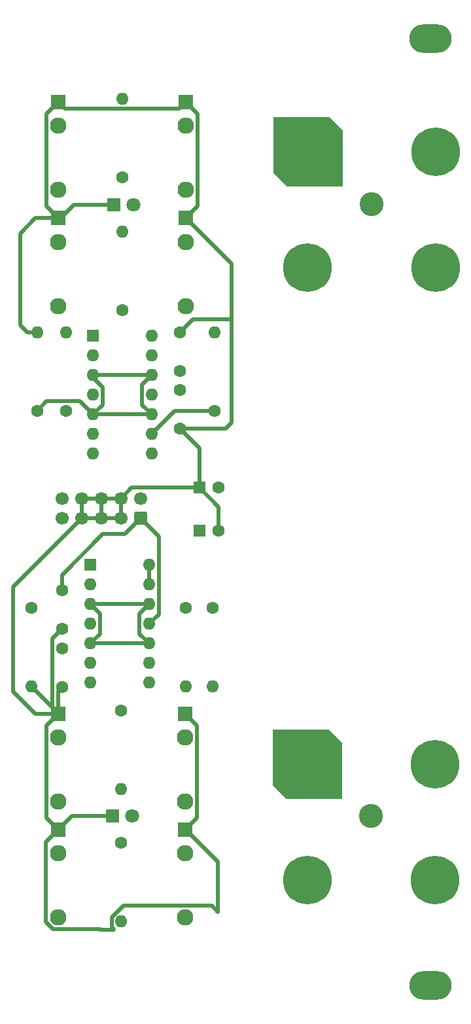
<source format=gbr>
%TF.GenerationSoftware,KiCad,Pcbnew,8.0.7*%
%TF.CreationDate,2025-01-06T00:46:59+00:00*%
%TF.ProjectId,multbuf,6d756c74-6275-4662-9e6b-696361645f70,rev?*%
%TF.SameCoordinates,Original*%
%TF.FileFunction,Copper,L2,Bot*%
%TF.FilePolarity,Positive*%
%FSLAX46Y46*%
G04 Gerber Fmt 4.6, Leading zero omitted, Abs format (unit mm)*
G04 Created by KiCad (PCBNEW 8.0.7) date 2025-01-06 00:46:59*
%MOMM*%
%LPD*%
G01*
G04 APERTURE LIST*
G04 Aperture macros list*
%AMRoundRect*
0 Rectangle with rounded corners*
0 $1 Rounding radius*
0 $2 $3 $4 $5 $6 $7 $8 $9 X,Y pos of 4 corners*
0 Add a 4 corners polygon primitive as box body*
4,1,4,$2,$3,$4,$5,$6,$7,$8,$9,$2,$3,0*
0 Add four circle primitives for the rounded corners*
1,1,$1+$1,$2,$3*
1,1,$1+$1,$4,$5*
1,1,$1+$1,$6,$7*
1,1,$1+$1,$8,$9*
0 Add four rect primitives between the rounded corners*
20,1,$1+$1,$2,$3,$4,$5,0*
20,1,$1+$1,$4,$5,$6,$7,0*
20,1,$1+$1,$6,$7,$8,$9,0*
20,1,$1+$1,$8,$9,$2,$3,0*%
%AMOutline5P*
0 Free polygon, 5 corners , with rotation*
0 The origin of the aperture is its center*
0 number of corners: always 5*
0 $1 to $10 corner X, Y*
0 $11 Rotation angle, in degrees counterclockwise*
0 create outline with 5 corners*
4,1,5,$1,$2,$3,$4,$5,$6,$7,$8,$9,$10,$1,$2,$11*%
%AMOutline6P*
0 Free polygon, 6 corners , with rotation*
0 The origin of the aperture is its center*
0 number of corners: always 6*
0 $1 to $12 corner X, Y*
0 $13 Rotation angle, in degrees counterclockwise*
0 create outline with 6 corners*
4,1,6,$1,$2,$3,$4,$5,$6,$7,$8,$9,$10,$11,$12,$1,$2,$13*%
%AMOutline7P*
0 Free polygon, 7 corners , with rotation*
0 The origin of the aperture is its center*
0 number of corners: always 7*
0 $1 to $14 corner X, Y*
0 $15 Rotation angle, in degrees counterclockwise*
0 create outline with 7 corners*
4,1,7,$1,$2,$3,$4,$5,$6,$7,$8,$9,$10,$11,$12,$13,$14,$1,$2,$15*%
%AMOutline8P*
0 Free polygon, 8 corners , with rotation*
0 The origin of the aperture is its center*
0 number of corners: always 8*
0 $1 to $16 corner X, Y*
0 $17 Rotation angle, in degrees counterclockwise*
0 create outline with 8 corners*
4,1,8,$1,$2,$3,$4,$5,$6,$7,$8,$9,$10,$11,$12,$13,$14,$15,$16,$1,$2,$17*%
G04 Aperture macros list end*
%TA.AperFunction,ComponentPad*%
%ADD10RoundRect,0.250000X0.600000X-0.600000X0.600000X0.600000X-0.600000X0.600000X-0.600000X-0.600000X0*%
%TD*%
%TA.AperFunction,ComponentPad*%
%ADD11C,1.700000*%
%TD*%
%TA.AperFunction,ComponentPad*%
%ADD12C,1.600000*%
%TD*%
%TA.AperFunction,ComponentPad*%
%ADD13O,1.600000X1.600000*%
%TD*%
%TA.AperFunction,ComponentPad*%
%ADD14R,1.600000X1.600000*%
%TD*%
%TA.AperFunction,ComponentPad*%
%ADD15R,1.930000X1.830000*%
%TD*%
%TA.AperFunction,ComponentPad*%
%ADD16C,2.130000*%
%TD*%
%TA.AperFunction,ComponentPad*%
%ADD17C,3.100000*%
%TD*%
%TA.AperFunction,ComponentPad*%
%ADD18Outline6P,-4.500000X4.500000X2.700000X4.500000X4.500000X2.700000X4.500000X-4.500000X-2.700000X-4.500000X-4.500000X-2.700000X0.000000*%
%TD*%
%TA.AperFunction,ComponentPad*%
%ADD19C,6.300000*%
%TD*%
%TA.AperFunction,ComponentPad*%
%ADD20R,1.800000X1.800000*%
%TD*%
%TA.AperFunction,ComponentPad*%
%ADD21C,1.800000*%
%TD*%
%TA.AperFunction,ComponentPad*%
%ADD22O,5.500000X3.700000*%
%TD*%
%TA.AperFunction,Conductor*%
%ADD23C,0.500000*%
%TD*%
G04 APERTURE END LIST*
D10*
%TO.P,J1,1,Pin_1*%
%TO.N,-12VA*%
X64880000Y-99952500D03*
D11*
%TO.P,J1,2,Pin_2*%
X64880000Y-97412500D03*
%TO.P,J1,3,Pin_3*%
%TO.N,GND*%
X62340000Y-99952500D03*
%TO.P,J1,4,Pin_4*%
X62340000Y-97412500D03*
%TO.P,J1,5,Pin_5*%
X59800000Y-99952500D03*
%TO.P,J1,6,Pin_6*%
X59800000Y-97412500D03*
%TO.P,J1,7,Pin_7*%
X57260000Y-99952500D03*
%TO.P,J1,8,Pin_8*%
X57260000Y-97412500D03*
%TO.P,J1,9,Pin_9*%
%TO.N,+12VA*%
X54720000Y-99952500D03*
%TO.P,J1,10,Pin_10*%
X54720000Y-97412500D03*
%TD*%
D12*
%TO.P,C5,1*%
%TO.N,+12VA*%
X54700000Y-116800000D03*
%TO.P,C5,2*%
%TO.N,GND*%
X54700000Y-121800000D03*
%TD*%
D13*
%TO.P,U1,14*%
%TO.N,Net-(U1D--)*%
X66320000Y-76375000D03*
%TO.P,U1,13,-*%
X66320000Y-78915000D03*
%TO.P,U1,12,+*%
%TO.N,Net-(U1A-+)*%
X66320000Y-81455000D03*
%TO.P,U1,11,V-*%
%TO.N,-12VA*%
X66320000Y-83995000D03*
%TO.P,U1,10,+*%
%TO.N,Net-(U1A-+)*%
X66320000Y-86535000D03*
%TO.P,U1,9,-*%
%TO.N,Net-(U1C--)*%
X66320000Y-89075000D03*
%TO.P,U1,8*%
X66320000Y-91615000D03*
%TO.P,U1,7*%
%TO.N,Net-(U1B--)*%
X58700000Y-91615000D03*
%TO.P,U1,6,-*%
X58700000Y-89075000D03*
%TO.P,U1,5,+*%
%TO.N,Net-(U1A-+)*%
X58700000Y-86535000D03*
%TO.P,U1,4,V+*%
%TO.N,+12VA*%
X58700000Y-83995000D03*
%TO.P,U1,3,+*%
%TO.N,Net-(U1A-+)*%
X58700000Y-81455000D03*
%TO.P,U1,2,-*%
%TO.N,Net-(U1A--)*%
X58700000Y-78915000D03*
D14*
%TO.P,U1,1*%
X58700000Y-76375000D03*
%TD*%
D15*
%TO.P,J6,S*%
%TO.N,GND*%
X54200000Y-125250000D03*
D16*
%TO.P,J6,T*%
%TO.N,Net-(U2A-+)*%
X54200000Y-136650000D03*
%TO.P,J6,TN*%
%TO.N,N/C*%
X54200000Y-128350000D03*
%TD*%
D17*
%TO.P,D1Hp,1,KA*%
%TO.N,GND*%
X94730000Y-138500000D03*
%TD*%
D12*
%TO.P,R6,1*%
%TO.N,Net-(U2A-+)*%
X50750000Y-111590000D03*
D13*
%TO.P,R6,2*%
%TO.N,GND*%
X50750000Y-121750000D03*
%TD*%
D15*
%TO.P,J9,S*%
%TO.N,GND*%
X70700000Y-140250000D03*
D16*
%TO.P,J9,T*%
%TO.N,Net-(J9-PadT)*%
X70700000Y-151650000D03*
%TO.P,J9,TN*%
%TO.N,N/C*%
X70700000Y-143350000D03*
%TD*%
D18*
%TO.P,JJ1,1*%
%TO.N,N/C*%
X86550000Y-52520000D03*
%TD*%
D19*
%TO.P,JJ2,1*%
%TO.N,N/C*%
X103050000Y-52520000D03*
%TD*%
%TO.P,JJ3,1*%
%TO.N,N/C*%
X86500000Y-146770000D03*
%TD*%
D15*
%TO.P,J7,S*%
%TO.N,GND*%
X70700000Y-125250000D03*
D16*
%TO.P,J7,T*%
%TO.N,Net-(J7-PadT)*%
X70700000Y-136650000D03*
%TO.P,J7,TN*%
%TO.N,N/C*%
X70700000Y-128350000D03*
%TD*%
D15*
%TO.P,J8,S*%
%TO.N,GND*%
X54200000Y-140250000D03*
D16*
%TO.P,J8,T*%
%TO.N,Net-(J8-PadT)*%
X54200000Y-151650000D03*
%TO.P,J8,TN*%
%TO.N,N/C*%
X54200000Y-143350000D03*
%TD*%
D18*
%TO.P,JJ1,1*%
%TO.N,N/C*%
X86500000Y-131770000D03*
%TD*%
D19*
%TO.P,JJ3,1*%
%TO.N,N/C*%
X86500000Y-67540000D03*
%TD*%
%TO.P,JJ4,1*%
%TO.N,N/C*%
X103000000Y-146770000D03*
%TD*%
D14*
%TO.P,C1,1*%
%TO.N,GND*%
X72500000Y-96000000D03*
D12*
%TO.P,C1,2*%
%TO.N,-12VA*%
X75000000Y-96000000D03*
%TD*%
D20*
%TO.P,D2,1,KA*%
%TO.N,GND*%
X61230000Y-138500000D03*
D21*
%TO.P,D2,2,AK*%
%TO.N,Net-(D2-AK)*%
X63770000Y-138500000D03*
%TD*%
D15*
%TO.P,J3,S*%
%TO.N,GND*%
X70750000Y-46100000D03*
D16*
%TO.P,J3,T*%
%TO.N,Net-(J3-PadT)*%
X70750000Y-57500000D03*
%TO.P,J3,TN*%
%TO.N,N/C*%
X70750000Y-49200000D03*
%TD*%
D12*
%TO.P,C4,2*%
%TO.N,-12VA*%
X70000000Y-83400000D03*
%TO.P,C4,1*%
%TO.N,GND*%
X70000000Y-88400000D03*
%TD*%
D17*
%TO.P,D1Hp,1,KA*%
%TO.N,GND*%
X94800000Y-59300000D03*
%TD*%
D12*
%TO.P,R10,1*%
%TO.N,Net-(U2C--)*%
X70750000Y-111540000D03*
D13*
%TO.P,R10,2*%
%TO.N,Net-(J9-PadT)*%
X70750000Y-121700000D03*
%TD*%
D15*
%TO.P,J5,S*%
%TO.N,GND*%
X70750000Y-61100000D03*
D16*
%TO.P,J5,T*%
%TO.N,Net-(J5-PadT)*%
X70750000Y-72500000D03*
%TO.P,J5,TN*%
%TO.N,N/C*%
X70750000Y-64200000D03*
%TD*%
D12*
%TO.P,R3,1*%
%TO.N,Net-(U1A--)*%
X62500000Y-55830000D03*
D13*
%TO.P,R3,2*%
%TO.N,Net-(J3-PadT)*%
X62500000Y-45670000D03*
%TD*%
%TO.P,R9,2*%
%TO.N,Net-(J8-PadT)*%
X62400000Y-152160000D03*
D12*
%TO.P,R9,1*%
%TO.N,Net-(U2B--)*%
X62400000Y-142000000D03*
%TD*%
%TO.P,C6,1*%
%TO.N,GND*%
X54700000Y-114300000D03*
%TO.P,C6,2*%
%TO.N,-12VA*%
X54700000Y-109300000D03*
%TD*%
%TO.P,R8,1*%
%TO.N,Net-(U2A--)*%
X74250000Y-111540000D03*
D13*
%TO.P,R8,2*%
%TO.N,Net-(J7-PadT)*%
X74250000Y-121700000D03*
%TD*%
D12*
%TO.P,C3,1*%
%TO.N,+12VA*%
X70000000Y-80900000D03*
%TO.P,C3,2*%
%TO.N,GND*%
X70000000Y-75900000D03*
%TD*%
%TO.P,R1,1*%
%TO.N,Net-(U1A-+)*%
X51500000Y-86080000D03*
D13*
%TO.P,R1,2*%
%TO.N,GND*%
X51500000Y-75920000D03*
%TD*%
D12*
%TO.P,R7,1*%
%TO.N,Net-(U2D--)*%
X62400000Y-124820000D03*
D13*
%TO.P,R7,2*%
%TO.N,Net-(D2-AK)*%
X62400000Y-134980000D03*
%TD*%
D15*
%TO.P,J2,S*%
%TO.N,GND*%
X54250000Y-46100000D03*
D16*
%TO.P,J2,T*%
%TO.N,Net-(U1A-+)*%
X54250000Y-57500000D03*
%TO.P,J2,TN*%
%TO.N,N/C*%
X54250000Y-49200000D03*
%TD*%
D14*
%TO.P,U2,1*%
%TO.N,Net-(U2A--)*%
X58380000Y-106000000D03*
D13*
%TO.P,U2,2,-*%
X58380000Y-108540000D03*
%TO.P,U2,3,+*%
%TO.N,Net-(U2A-+)*%
X58380000Y-111080000D03*
%TO.P,U2,4,V+*%
%TO.N,+12VA*%
X58380000Y-113620000D03*
%TO.P,U2,5,+*%
%TO.N,Net-(U2A-+)*%
X58380000Y-116160000D03*
%TO.P,U2,6,-*%
%TO.N,Net-(U2B--)*%
X58380000Y-118700000D03*
%TO.P,U2,7*%
X58380000Y-121240000D03*
%TO.P,U2,8*%
%TO.N,Net-(U2C--)*%
X66000000Y-121240000D03*
%TO.P,U2,9,-*%
X66000000Y-118700000D03*
%TO.P,U2,10,+*%
%TO.N,Net-(U2A-+)*%
X66000000Y-116160000D03*
%TO.P,U2,11,V-*%
%TO.N,-12VA*%
X66000000Y-113620000D03*
%TO.P,U2,12,+*%
%TO.N,Net-(U2A-+)*%
X66000000Y-111080000D03*
%TO.P,U2,13,-*%
%TO.N,Net-(U2D--)*%
X66000000Y-108540000D03*
%TO.P,U2,14*%
X66000000Y-106000000D03*
%TD*%
D19*
%TO.P,JJ2,1*%
%TO.N,N/C*%
X103000000Y-131770000D03*
%TD*%
%TO.P,JJ4,1*%
%TO.N,N/C*%
X103050000Y-67520000D03*
%TD*%
D15*
%TO.P,J4,S*%
%TO.N,GND*%
X54250000Y-61100000D03*
D16*
%TO.P,J4,T*%
%TO.N,Net-(J4-PadT)*%
X54250000Y-72500000D03*
%TO.P,J4,TN*%
%TO.N,N/C*%
X54250000Y-64200000D03*
%TD*%
D12*
%TO.P,R2,1*%
%TO.N,Net-(U1D--)*%
X62500000Y-73000000D03*
D13*
%TO.P,R2,2*%
%TO.N,Net-(D1-AK)*%
X62500000Y-62840000D03*
%TD*%
D12*
%TO.P,R4,1*%
%TO.N,Net-(U1B--)*%
X55250000Y-86080000D03*
D13*
%TO.P,R4,2*%
%TO.N,Net-(J4-PadT)*%
X55250000Y-75920000D03*
%TD*%
D12*
%TO.P,R5,1*%
%TO.N,Net-(U1C--)*%
X74500000Y-86080000D03*
D13*
%TO.P,R5,2*%
%TO.N,Net-(J5-PadT)*%
X74500000Y-75920000D03*
%TD*%
D20*
%TO.P,D1,1,KA*%
%TO.N,GND*%
X61410000Y-59400000D03*
D21*
%TO.P,D1,2,AK*%
%TO.N,Net-(D1-AK)*%
X63950000Y-59400000D03*
%TD*%
D14*
%TO.P,C2,1*%
%TO.N,+12VA*%
X72500000Y-101600000D03*
D12*
%TO.P,C2,2*%
%TO.N,GND*%
X75000000Y-101600000D03*
%TD*%
D22*
%TO.P,,1*%
%TO.N,N/C*%
X102440000Y-37905000D03*
%TD*%
%TO.P,,1*%
%TO.N,N/C*%
X102440000Y-160405000D03*
%TD*%
D23*
%TO.N,-12VA*%
X66000000Y-113620000D02*
X67250000Y-112370000D01*
X67250000Y-102322500D02*
X64880000Y-99952500D01*
X67250000Y-112370000D02*
X67250000Y-102322500D01*
%TO.N,Net-(U1A-+)*%
X58700000Y-86535000D02*
X56995000Y-84830000D01*
X56995000Y-84830000D02*
X52750000Y-84830000D01*
X52750000Y-84830000D02*
X51500000Y-86080000D01*
%TO.N,Net-(U2D--)*%
X66000000Y-106000000D02*
X66000000Y-108540000D01*
%TO.N,Net-(U2A-+)*%
X58380000Y-116160000D02*
X59630000Y-114910000D01*
X59630000Y-114910000D02*
X59630000Y-112330000D01*
X59630000Y-112330000D02*
X58380000Y-111080000D01*
X58380000Y-116160000D02*
X66000000Y-116160000D01*
X66000000Y-111080000D02*
X64750000Y-112330000D01*
X64750000Y-112330000D02*
X64750000Y-114910000D01*
X64750000Y-114910000D02*
X66000000Y-116160000D01*
X58380000Y-111080000D02*
X66000000Y-111080000D01*
%TO.N,-12VA*%
X64880000Y-99952500D02*
X62832500Y-102000000D01*
X62832500Y-102000000D02*
X60000000Y-102000000D01*
X60000000Y-102000000D02*
X54700000Y-107300000D01*
X54700000Y-107300000D02*
X54700000Y-109300000D01*
%TO.N,Net-(U1A-+)*%
X58700000Y-81455000D02*
X58700000Y-81800000D01*
X59950000Y-85285000D02*
X58700000Y-86535000D01*
X58700000Y-81800000D02*
X59950000Y-83050000D01*
X59950000Y-83050000D02*
X59950000Y-85285000D01*
X66320000Y-81455000D02*
X65070000Y-82705000D01*
X65070000Y-82705000D02*
X65070000Y-85285000D01*
X65070000Y-85285000D02*
X66320000Y-86535000D01*
X58700000Y-81455000D02*
X66320000Y-81455000D01*
X58700000Y-86535000D02*
X66320000Y-86535000D01*
%TO.N,Net-(U1C--)*%
X66320000Y-89075000D02*
X69315000Y-86080000D01*
X69315000Y-86080000D02*
X74500000Y-86080000D01*
%TO.N,GND*%
X76700000Y-87600000D02*
X76700000Y-74200000D01*
X76700000Y-74200000D02*
X76700000Y-67050000D01*
X70000000Y-75900000D02*
X71700000Y-74200000D01*
X71700000Y-74200000D02*
X76700000Y-74200000D01*
X54200000Y-140250000D02*
X54250000Y-140250000D01*
X54250000Y-140250000D02*
X56000000Y-138500000D01*
X56000000Y-138500000D02*
X61230000Y-138500000D01*
X70700000Y-140250000D02*
X72215000Y-138735000D01*
X72215000Y-138735000D02*
X72215000Y-126765000D01*
X72215000Y-126765000D02*
X70700000Y-125250000D01*
X54200000Y-140250000D02*
X52600000Y-141850000D01*
X52600000Y-141850000D02*
X52600000Y-152192534D01*
X53572466Y-153165000D02*
X59627233Y-153165000D01*
X52600000Y-152192534D02*
X53572466Y-153165000D01*
X62692233Y-150100000D02*
X74100000Y-150100000D01*
X59627233Y-153165000D02*
X59662233Y-153200000D01*
X59662233Y-153200000D02*
X61400000Y-153200000D01*
X61400000Y-153200000D02*
X61400000Y-153127767D01*
X61400000Y-153127767D02*
X61150000Y-152877767D01*
X61150000Y-152877767D02*
X61150000Y-151642233D01*
X61150000Y-151642233D02*
X62692233Y-150100000D01*
X74100000Y-150100000D02*
X74900000Y-150900000D01*
X70750000Y-140250000D02*
X70700000Y-140250000D01*
X74900000Y-150900000D02*
X74900000Y-144400000D01*
X74900000Y-144400000D02*
X70750000Y-140250000D01*
X54200000Y-125250000D02*
X52685000Y-126765000D01*
X52685000Y-126765000D02*
X52685000Y-138735000D01*
X52685000Y-138735000D02*
X54200000Y-140250000D01*
X54200000Y-125250000D02*
X54200000Y-125200000D01*
X54200000Y-125200000D02*
X53450000Y-124450000D01*
X53450000Y-124450000D02*
X53450000Y-115550000D01*
X53450000Y-115550000D02*
X54700000Y-114300000D01*
X54200000Y-125250000D02*
X54200000Y-122300000D01*
X54200000Y-122300000D02*
X54700000Y-121800000D01*
X54200000Y-125200000D02*
X50750000Y-121750000D01*
X48400000Y-108812500D02*
X48400000Y-122400000D01*
X48400000Y-122400000D02*
X51250000Y-125250000D01*
X57260000Y-99952500D02*
X48400000Y-108812500D01*
X51250000Y-125250000D02*
X54200000Y-125250000D01*
X54250000Y-61100000D02*
X54600000Y-61100000D01*
X54600000Y-61100000D02*
X56300000Y-59400000D01*
X56300000Y-59400000D02*
X61410000Y-59400000D01*
X49300000Y-63100000D02*
X49300000Y-75000000D01*
X54250000Y-61100000D02*
X51300000Y-61100000D01*
X51300000Y-61100000D02*
X49300000Y-63100000D01*
X50220000Y-75920000D02*
X51500000Y-75920000D01*
X49300000Y-75000000D02*
X50220000Y-75920000D01*
X54250000Y-46100000D02*
X52735000Y-47615000D01*
X52735000Y-59585000D02*
X54250000Y-61100000D01*
X52735000Y-47615000D02*
X52735000Y-59585000D01*
X70750000Y-46100000D02*
X69930000Y-46920000D01*
X69930000Y-46920000D02*
X55070000Y-46920000D01*
X55070000Y-46920000D02*
X54250000Y-46100000D01*
X70750000Y-61100000D02*
X72265000Y-59585000D01*
X72265000Y-59585000D02*
X72265000Y-47615000D01*
X72265000Y-47615000D02*
X70750000Y-46100000D01*
X75900000Y-88400000D02*
X76700000Y-87600000D01*
X70000000Y-88400000D02*
X75900000Y-88400000D01*
X76700000Y-67050000D02*
X70750000Y-61100000D01*
X72500000Y-96000000D02*
X72500000Y-90900000D01*
X72500000Y-90900000D02*
X70000000Y-88400000D01*
X75000000Y-101600000D02*
X75000000Y-98500000D01*
X75000000Y-98500000D02*
X72500000Y-96000000D01*
X62340000Y-97412500D02*
X63752500Y-96000000D01*
X63752500Y-96000000D02*
X72500000Y-96000000D01*
X57260000Y-99952500D02*
X59800000Y-99952500D01*
X59800000Y-99952500D02*
X59800000Y-97412500D01*
X62340000Y-99952500D02*
X62340000Y-97412500D01*
X62340000Y-99952500D02*
X57260000Y-99952500D01*
X57260000Y-97412500D02*
X62340000Y-97412500D01*
X57260000Y-99952500D02*
X57260000Y-97412500D01*
%TD*%
M02*

</source>
